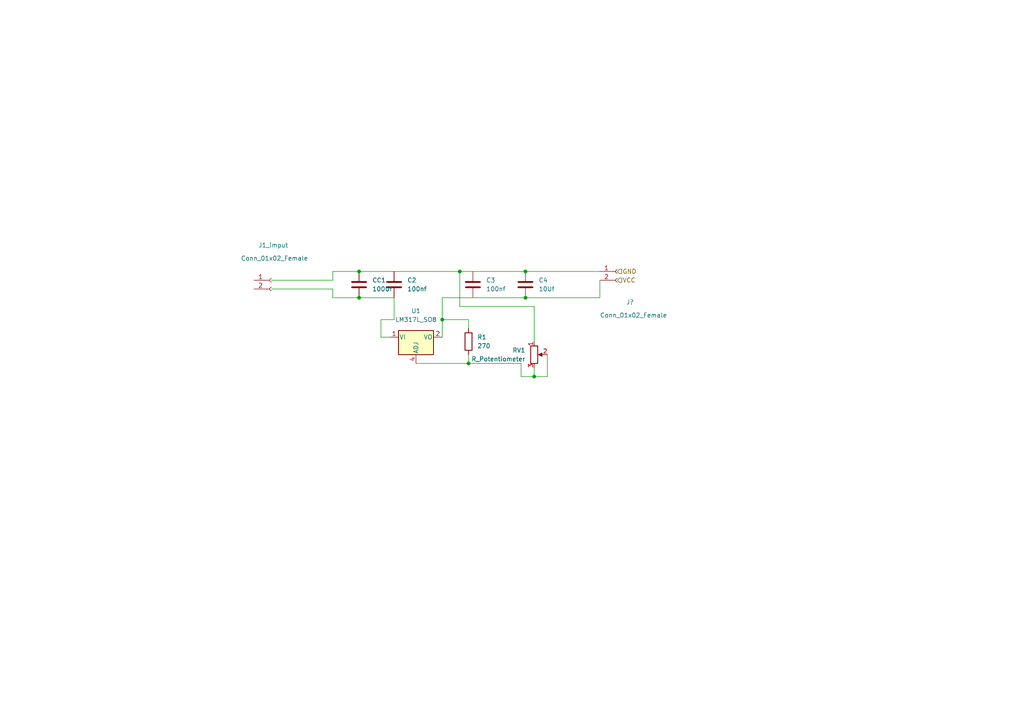
<source format=kicad_sch>
(kicad_sch (version 20211123) (generator eeschema)

  (uuid eb0951e5-834d-4079-94d7-4ff8d3313ac1)

  (paper "A4")

  (lib_symbols
    (symbol "Connector:Conn_01x02_Female" (pin_names (offset 1.016) hide) (in_bom yes) (on_board yes)
      (property "Reference" "J" (id 0) (at 0 2.54 0)
        (effects (font (size 1.27 1.27)))
      )
      (property "Value" "Conn_01x02_Female" (id 1) (at 0 -5.08 0)
        (effects (font (size 1.27 1.27)))
      )
      (property "Footprint" "" (id 2) (at 0 0 0)
        (effects (font (size 1.27 1.27)) hide)
      )
      (property "Datasheet" "~" (id 3) (at 0 0 0)
        (effects (font (size 1.27 1.27)) hide)
      )
      (property "ki_keywords" "connector" (id 4) (at 0 0 0)
        (effects (font (size 1.27 1.27)) hide)
      )
      (property "ki_description" "Generic connector, single row, 01x02, script generated (kicad-library-utils/schlib/autogen/connector/)" (id 5) (at 0 0 0)
        (effects (font (size 1.27 1.27)) hide)
      )
      (property "ki_fp_filters" "Connector*:*_1x??_*" (id 6) (at 0 0 0)
        (effects (font (size 1.27 1.27)) hide)
      )
      (symbol "Conn_01x02_Female_1_1"
        (arc (start 0 -2.032) (mid -0.508 -2.54) (end 0 -3.048)
          (stroke (width 0.1524) (type default) (color 0 0 0 0))
          (fill (type none))
        )
        (polyline
          (pts
            (xy -1.27 -2.54)
            (xy -0.508 -2.54)
          )
          (stroke (width 0.1524) (type default) (color 0 0 0 0))
          (fill (type none))
        )
        (polyline
          (pts
            (xy -1.27 0)
            (xy -0.508 0)
          )
          (stroke (width 0.1524) (type default) (color 0 0 0 0))
          (fill (type none))
        )
        (arc (start 0 0.508) (mid -0.508 0) (end 0 -0.508)
          (stroke (width 0.1524) (type default) (color 0 0 0 0))
          (fill (type none))
        )
        (pin passive line (at -5.08 0 0) (length 3.81)
          (name "Pin_1" (effects (font (size 1.27 1.27))))
          (number "1" (effects (font (size 1.27 1.27))))
        )
        (pin passive line (at -5.08 -2.54 0) (length 3.81)
          (name "Pin_2" (effects (font (size 1.27 1.27))))
          (number "2" (effects (font (size 1.27 1.27))))
        )
      )
    )
    (symbol "Device:C" (pin_numbers hide) (pin_names (offset 0.254)) (in_bom yes) (on_board yes)
      (property "Reference" "C" (id 0) (at 0.635 2.54 0)
        (effects (font (size 1.27 1.27)) (justify left))
      )
      (property "Value" "C" (id 1) (at 0.635 -2.54 0)
        (effects (font (size 1.27 1.27)) (justify left))
      )
      (property "Footprint" "" (id 2) (at 0.9652 -3.81 0)
        (effects (font (size 1.27 1.27)) hide)
      )
      (property "Datasheet" "~" (id 3) (at 0 0 0)
        (effects (font (size 1.27 1.27)) hide)
      )
      (property "ki_keywords" "cap capacitor" (id 4) (at 0 0 0)
        (effects (font (size 1.27 1.27)) hide)
      )
      (property "ki_description" "Unpolarized capacitor" (id 5) (at 0 0 0)
        (effects (font (size 1.27 1.27)) hide)
      )
      (property "ki_fp_filters" "C_*" (id 6) (at 0 0 0)
        (effects (font (size 1.27 1.27)) hide)
      )
      (symbol "C_0_1"
        (polyline
          (pts
            (xy -2.032 -0.762)
            (xy 2.032 -0.762)
          )
          (stroke (width 0.508) (type default) (color 0 0 0 0))
          (fill (type none))
        )
        (polyline
          (pts
            (xy -2.032 0.762)
            (xy 2.032 0.762)
          )
          (stroke (width 0.508) (type default) (color 0 0 0 0))
          (fill (type none))
        )
      )
      (symbol "C_1_1"
        (pin passive line (at 0 3.81 270) (length 2.794)
          (name "~" (effects (font (size 1.27 1.27))))
          (number "1" (effects (font (size 1.27 1.27))))
        )
        (pin passive line (at 0 -3.81 90) (length 2.794)
          (name "~" (effects (font (size 1.27 1.27))))
          (number "2" (effects (font (size 1.27 1.27))))
        )
      )
    )
    (symbol "Device:R" (pin_numbers hide) (pin_names (offset 0)) (in_bom yes) (on_board yes)
      (property "Reference" "R" (id 0) (at 2.032 0 90)
        (effects (font (size 1.27 1.27)))
      )
      (property "Value" "R" (id 1) (at 0 0 90)
        (effects (font (size 1.27 1.27)))
      )
      (property "Footprint" "" (id 2) (at -1.778 0 90)
        (effects (font (size 1.27 1.27)) hide)
      )
      (property "Datasheet" "~" (id 3) (at 0 0 0)
        (effects (font (size 1.27 1.27)) hide)
      )
      (property "ki_keywords" "R res resistor" (id 4) (at 0 0 0)
        (effects (font (size 1.27 1.27)) hide)
      )
      (property "ki_description" "Resistor" (id 5) (at 0 0 0)
        (effects (font (size 1.27 1.27)) hide)
      )
      (property "ki_fp_filters" "R_*" (id 6) (at 0 0 0)
        (effects (font (size 1.27 1.27)) hide)
      )
      (symbol "R_0_1"
        (rectangle (start -1.016 -2.54) (end 1.016 2.54)
          (stroke (width 0.254) (type default) (color 0 0 0 0))
          (fill (type none))
        )
      )
      (symbol "R_1_1"
        (pin passive line (at 0 3.81 270) (length 1.27)
          (name "~" (effects (font (size 1.27 1.27))))
          (number "1" (effects (font (size 1.27 1.27))))
        )
        (pin passive line (at 0 -3.81 90) (length 1.27)
          (name "~" (effects (font (size 1.27 1.27))))
          (number "2" (effects (font (size 1.27 1.27))))
        )
      )
    )
    (symbol "Device:R_Potentiometer" (pin_names (offset 1.016) hide) (in_bom yes) (on_board yes)
      (property "Reference" "RV" (id 0) (at -4.445 0 90)
        (effects (font (size 1.27 1.27)))
      )
      (property "Value" "R_Potentiometer" (id 1) (at -2.54 0 90)
        (effects (font (size 1.27 1.27)))
      )
      (property "Footprint" "" (id 2) (at 0 0 0)
        (effects (font (size 1.27 1.27)) hide)
      )
      (property "Datasheet" "~" (id 3) (at 0 0 0)
        (effects (font (size 1.27 1.27)) hide)
      )
      (property "ki_keywords" "resistor variable" (id 4) (at 0 0 0)
        (effects (font (size 1.27 1.27)) hide)
      )
      (property "ki_description" "Potentiometer" (id 5) (at 0 0 0)
        (effects (font (size 1.27 1.27)) hide)
      )
      (property "ki_fp_filters" "Potentiometer*" (id 6) (at 0 0 0)
        (effects (font (size 1.27 1.27)) hide)
      )
      (symbol "R_Potentiometer_0_1"
        (polyline
          (pts
            (xy 2.54 0)
            (xy 1.524 0)
          )
          (stroke (width 0) (type default) (color 0 0 0 0))
          (fill (type none))
        )
        (polyline
          (pts
            (xy 1.143 0)
            (xy 2.286 0.508)
            (xy 2.286 -0.508)
            (xy 1.143 0)
          )
          (stroke (width 0) (type default) (color 0 0 0 0))
          (fill (type outline))
        )
        (rectangle (start 1.016 2.54) (end -1.016 -2.54)
          (stroke (width 0.254) (type default) (color 0 0 0 0))
          (fill (type none))
        )
      )
      (symbol "R_Potentiometer_1_1"
        (pin passive line (at 0 3.81 270) (length 1.27)
          (name "1" (effects (font (size 1.27 1.27))))
          (number "1" (effects (font (size 1.27 1.27))))
        )
        (pin passive line (at 3.81 0 180) (length 1.27)
          (name "2" (effects (font (size 1.27 1.27))))
          (number "2" (effects (font (size 1.27 1.27))))
        )
        (pin passive line (at 0 -3.81 90) (length 1.27)
          (name "3" (effects (font (size 1.27 1.27))))
          (number "3" (effects (font (size 1.27 1.27))))
        )
      )
    )
    (symbol "Regulator_Linear:LM317L_SO8" (pin_names (offset 0.254)) (in_bom yes) (on_board yes)
      (property "Reference" "U" (id 0) (at -3.81 3.175 0)
        (effects (font (size 1.27 1.27)))
      )
      (property "Value" "LM317L_SO8" (id 1) (at 0 3.175 0)
        (effects (font (size 1.27 1.27)) (justify left))
      )
      (property "Footprint" "Package_SO:SOIC-8_3.9x4.9mm_P1.27mm" (id 2) (at 0 5.08 0)
        (effects (font (size 1.27 1.27) italic) hide)
      )
      (property "Datasheet" "http://www.ti.com/lit/ds/snvs775k/snvs775k.pdf" (id 3) (at 0 -5.08 0)
        (effects (font (size 1.27 1.27)) hide)
      )
      (property "ki_keywords" "Adjustable Voltage Regulator 100mA Positive" (id 4) (at 0 0 0)
        (effects (font (size 1.27 1.27)) hide)
      )
      (property "ki_description" "100mA 35V Adjustable Linear Regulator, SO-8" (id 5) (at 0 0 0)
        (effects (font (size 1.27 1.27)) hide)
      )
      (property "ki_fp_filters" "SOIC*3.9x4.9mm*P1.27mm*" (id 6) (at 0 0 0)
        (effects (font (size 1.27 1.27)) hide)
      )
      (symbol "LM317L_SO8_0_1"
        (rectangle (start -5.08 1.905) (end 5.08 -5.08)
          (stroke (width 0.254) (type default) (color 0 0 0 0))
          (fill (type background))
        )
      )
      (symbol "LM317L_SO8_1_1"
        (pin power_in line (at -7.62 0 0) (length 2.54)
          (name "VI" (effects (font (size 1.27 1.27))))
          (number "1" (effects (font (size 1.27 1.27))))
        )
        (pin power_out line (at 7.62 0 180) (length 2.54)
          (name "VO" (effects (font (size 1.27 1.27))))
          (number "2" (effects (font (size 1.27 1.27))))
        )
        (pin passive line (at 7.62 0 180) (length 2.54) hide
          (name "VO" (effects (font (size 1.27 1.27))))
          (number "3" (effects (font (size 1.27 1.27))))
        )
        (pin input line (at 0 -7.62 90) (length 2.54)
          (name "ADJ" (effects (font (size 1.27 1.27))))
          (number "4" (effects (font (size 1.27 1.27))))
        )
        (pin no_connect line (at -7.62 -2.54 0) (length 2.54) hide
          (name "NC" (effects (font (size 1.27 1.27))))
          (number "5" (effects (font (size 1.27 1.27))))
        )
        (pin passive line (at 7.62 0 180) (length 2.54) hide
          (name "VO" (effects (font (size 1.27 1.27))))
          (number "6" (effects (font (size 1.27 1.27))))
        )
        (pin passive line (at 7.62 0 180) (length 2.54) hide
          (name "VO" (effects (font (size 1.27 1.27))))
          (number "7" (effects (font (size 1.27 1.27))))
        )
        (pin no_connect line (at 7.62 -2.54 180) (length 2.54) hide
          (name "NC" (effects (font (size 1.27 1.27))))
          (number "8" (effects (font (size 1.27 1.27))))
        )
      )
    )
  )

  (junction (at 154.94 109.22) (diameter 0) (color 0 0 0 0)
    (uuid 548d73c3-c48e-4e73-9ff1-f826704efb92)
  )
  (junction (at 104.14 78.74) (diameter 0) (color 0 0 0 0)
    (uuid 8e69b95a-c10a-4a36-89a7-24d43ce88503)
  )
  (junction (at 152.4 86.36) (diameter 0) (color 0 0 0 0)
    (uuid ac9c4192-40fd-4a90-93b7-929d554db2d3)
  )
  (junction (at 104.14 86.36) (diameter 0) (color 0 0 0 0)
    (uuid b7e67d0d-4824-49ee-ad5a-b8e92482ada9)
  )
  (junction (at 135.89 105.41) (diameter 0) (color 0 0 0 0)
    (uuid ce1a69ce-33e6-4836-895b-f940f6e80689)
  )
  (junction (at 152.4 78.74) (diameter 0) (color 0 0 0 0)
    (uuid d708d5f1-2b66-49f3-8e65-a04443bd313f)
  )
  (junction (at 133.35 78.74) (diameter 0) (color 0 0 0 0)
    (uuid e324d8c2-4612-47d3-9b45-7c21225699de)
  )
  (junction (at 128.27 92.71) (diameter 0) (color 0 0 0 0)
    (uuid ebcb8663-647b-4f80-8612-31b59e14ed10)
  )

  (wire (pts (xy 110.49 92.71) (xy 110.49 97.79))
    (stroke (width 0) (type default) (color 0 0 0 0))
    (uuid 043e6708-4659-470f-8129-9f823f831831)
  )
  (wire (pts (xy 114.3 92.71) (xy 110.49 92.71))
    (stroke (width 0) (type default) (color 0 0 0 0))
    (uuid 04518bf2-de79-45ea-b679-c647b6d4cca8)
  )
  (wire (pts (xy 135.89 102.87) (xy 135.89 105.41))
    (stroke (width 0) (type default) (color 0 0 0 0))
    (uuid 08072aee-4cf0-4bef-bb5c-40d08ada18c4)
  )
  (wire (pts (xy 135.89 95.25) (xy 135.89 92.71))
    (stroke (width 0) (type default) (color 0 0 0 0))
    (uuid 1f1bb916-dac1-4018-9af5-52f97708e80b)
  )
  (wire (pts (xy 78.74 83.82) (xy 96.52 83.82))
    (stroke (width 0) (type default) (color 0 0 0 0))
    (uuid 2478aff8-08ec-40da-9849-e75459326f7d)
  )
  (wire (pts (xy 135.89 92.71) (xy 128.27 92.71))
    (stroke (width 0) (type default) (color 0 0 0 0))
    (uuid 24b5750e-bcbf-449c-94c1-d4565e45709b)
  )
  (wire (pts (xy 96.52 78.74) (xy 104.14 78.74))
    (stroke (width 0) (type default) (color 0 0 0 0))
    (uuid 2a4a5bed-3948-494c-b69e-d9fb5e2321da)
  )
  (wire (pts (xy 78.74 81.28) (xy 96.52 81.28))
    (stroke (width 0) (type default) (color 0 0 0 0))
    (uuid 36c08a37-32e2-4b16-bbab-00819bcd8322)
  )
  (wire (pts (xy 173.99 86.36) (xy 173.99 81.28))
    (stroke (width 0) (type default) (color 0 0 0 0))
    (uuid 44d68e23-fb19-4699-a30d-986d36cbaea6)
  )
  (wire (pts (xy 96.52 86.36) (xy 104.14 86.36))
    (stroke (width 0) (type default) (color 0 0 0 0))
    (uuid 4cd1f149-216b-4502-b041-d230b0eb8bcb)
  )
  (wire (pts (xy 154.94 99.06) (xy 154.94 88.9))
    (stroke (width 0) (type default) (color 0 0 0 0))
    (uuid 56d16c61-86d3-4372-9673-4b02d599ec42)
  )
  (wire (pts (xy 104.14 78.74) (xy 133.35 78.74))
    (stroke (width 0) (type default) (color 0 0 0 0))
    (uuid 5869f187-def2-48b8-b976-9c1cca88c2c9)
  )
  (wire (pts (xy 104.14 86.36) (xy 114.3 86.36))
    (stroke (width 0) (type default) (color 0 0 0 0))
    (uuid 58e5c73e-628a-45fe-8fa4-421b92cb8cf2)
  )
  (wire (pts (xy 154.94 88.9) (xy 133.35 88.9))
    (stroke (width 0) (type default) (color 0 0 0 0))
    (uuid 5fa3a73b-12e4-4b8a-87ea-ca180ffa09c5)
  )
  (wire (pts (xy 128.27 92.71) (xy 128.27 86.36))
    (stroke (width 0) (type default) (color 0 0 0 0))
    (uuid 60508ceb-34b1-43b3-9429-8ef0e7d41329)
  )
  (wire (pts (xy 135.89 105.41) (xy 151.13 105.41))
    (stroke (width 0) (type default) (color 0 0 0 0))
    (uuid 61f4c08d-23ac-4f43-a12e-e3ce782ba0d3)
  )
  (wire (pts (xy 151.13 109.22) (xy 154.94 109.22))
    (stroke (width 0) (type default) (color 0 0 0 0))
    (uuid 6bcefe32-2841-4704-bad2-2ead2af8d7fc)
  )
  (wire (pts (xy 120.65 105.41) (xy 135.89 105.41))
    (stroke (width 0) (type default) (color 0 0 0 0))
    (uuid 75444269-afba-4d17-b138-af8f182a0576)
  )
  (wire (pts (xy 152.4 78.74) (xy 173.99 78.74))
    (stroke (width 0) (type default) (color 0 0 0 0))
    (uuid 8147983c-4509-4fff-b030-55c48e2be205)
  )
  (wire (pts (xy 151.13 105.41) (xy 151.13 109.22))
    (stroke (width 0) (type default) (color 0 0 0 0))
    (uuid 84cfb1e1-7c13-4902-b8d6-eca7a43f7c88)
  )
  (wire (pts (xy 110.49 97.79) (xy 113.03 97.79))
    (stroke (width 0) (type default) (color 0 0 0 0))
    (uuid 86367e0a-e27f-4b14-8c92-547f73b70fe4)
  )
  (wire (pts (xy 158.75 109.22) (xy 158.75 102.87))
    (stroke (width 0) (type default) (color 0 0 0 0))
    (uuid 88b09173-1482-49a9-b546-4f7e61f07c20)
  )
  (wire (pts (xy 133.35 78.74) (xy 152.4 78.74))
    (stroke (width 0) (type default) (color 0 0 0 0))
    (uuid 8d20feb1-ed98-4bfd-a14e-ab8d3fab6d39)
  )
  (wire (pts (xy 114.3 86.36) (xy 114.3 92.71))
    (stroke (width 0) (type default) (color 0 0 0 0))
    (uuid 8d434071-60db-45b9-88ac-43b6b82024c5)
  )
  (wire (pts (xy 96.52 81.28) (xy 96.52 78.74))
    (stroke (width 0) (type default) (color 0 0 0 0))
    (uuid 92b8d9f7-bebb-44bc-af66-32277ac60c4e)
  )
  (wire (pts (xy 128.27 97.79) (xy 128.27 92.71))
    (stroke (width 0) (type default) (color 0 0 0 0))
    (uuid 9582ccf4-4487-4a80-9860-4aef9debef8c)
  )
  (wire (pts (xy 133.35 88.9) (xy 133.35 78.74))
    (stroke (width 0) (type default) (color 0 0 0 0))
    (uuid 99bd1acf-d3bc-45a0-8c8f-4f4694187ff9)
  )
  (wire (pts (xy 152.4 86.36) (xy 173.99 86.36))
    (stroke (width 0) (type default) (color 0 0 0 0))
    (uuid a1aa7208-4217-43d8-b8c2-c4fee3094b56)
  )
  (wire (pts (xy 154.94 109.22) (xy 158.75 109.22))
    (stroke (width 0) (type default) (color 0 0 0 0))
    (uuid b65ea629-34d0-4d9f-b198-fe68a5081b17)
  )
  (wire (pts (xy 96.52 83.82) (xy 96.52 86.36))
    (stroke (width 0) (type default) (color 0 0 0 0))
    (uuid c99c0817-f69d-480d-9faf-b00d877ef746)
  )
  (wire (pts (xy 154.94 109.22) (xy 154.94 106.68))
    (stroke (width 0) (type default) (color 0 0 0 0))
    (uuid e9904496-9213-4260-ab06-971f19ed00c1)
  )
  (wire (pts (xy 128.27 86.36) (xy 152.4 86.36))
    (stroke (width 0) (type default) (color 0 0 0 0))
    (uuid fc676548-6cf7-472c-8d06-d75f2341173d)
  )

  (hierarchical_label "GND" (shape input) (at 179.07 78.74 0)
    (effects (font (size 1.27 1.27)) (justify left))
    (uuid 86ac578f-1d40-4656-aea9-914a4ea63d2c)
  )
  (hierarchical_label "VCC" (shape input) (at 179.07 81.28 0)
    (effects (font (size 1.27 1.27)) (justify left))
    (uuid af973902-f4cd-46c8-b60c-cb7c9ba30935)
  )

  (symbol (lib_id "Device:C") (at 104.14 82.55 0) (unit 1)
    (in_bom yes) (on_board yes) (fields_autoplaced)
    (uuid 190fc8eb-7e5f-4d3e-b0ca-8376a37516b7)
    (property "Reference" "CC1" (id 0) (at 107.95 81.2799 0)
      (effects (font (size 1.27 1.27)) (justify left))
    )
    (property "Value" "100Uf" (id 1) (at 107.95 83.8199 0)
      (effects (font (size 1.27 1.27)) (justify left))
    )
    (property "Footprint" "" (id 2) (at 105.1052 86.36 0)
      (effects (font (size 1.27 1.27)) hide)
    )
    (property "Datasheet" "~" (id 3) (at 104.14 82.55 0)
      (effects (font (size 1.27 1.27)) hide)
    )
    (pin "1" (uuid d382dabe-c4e8-43b9-af93-997a8ca7f560))
    (pin "2" (uuid 8d69c30a-2527-4bbf-934f-745c8baa7b27))
  )

  (symbol (lib_id "Device:R_Potentiometer") (at 154.94 102.87 0) (unit 1)
    (in_bom yes) (on_board yes) (fields_autoplaced)
    (uuid 3cd3e295-2edd-4f37-a4ce-29a94a44ad9c)
    (property "Reference" "RV1" (id 0) (at 152.4 101.5999 0)
      (effects (font (size 1.27 1.27)) (justify right))
    )
    (property "Value" "R_Potentiometer" (id 1) (at 152.4 104.1399 0)
      (effects (font (size 1.27 1.27)) (justify right))
    )
    (property "Footprint" "" (id 2) (at 154.94 102.87 0)
      (effects (font (size 1.27 1.27)) hide)
    )
    (property "Datasheet" "~" (id 3) (at 154.94 102.87 0)
      (effects (font (size 1.27 1.27)) hide)
    )
    (pin "1" (uuid 4b963ecb-acfe-4e05-99d8-83dff2cd96ae))
    (pin "2" (uuid 7924b0f1-d6cb-4eb5-bfa6-e085aba1b367))
    (pin "3" (uuid fa489cc0-86f4-4686-b83c-1e2027bce7ec))
  )

  (symbol (lib_id "Connector:Conn_01x02_Female") (at 179.07 78.74 0) (unit 1)
    (in_bom yes) (on_board yes)
    (uuid 42a4b6dd-1119-41d0-870b-058ba52d4480)
    (property "Reference" "J?" (id 0) (at 181.61 87.63 0)
      (effects (font (size 1.27 1.27)) (justify left))
    )
    (property "Value" "Conn_01x02_Female" (id 1) (at 173.99 91.44 0)
      (effects (font (size 1.27 1.27)) (justify left))
    )
    (property "Footprint" "" (id 2) (at 179.07 78.74 0)
      (effects (font (size 1.27 1.27)) hide)
    )
    (property "Datasheet" "~" (id 3) (at 179.07 78.74 0)
      (effects (font (size 1.27 1.27)) hide)
    )
    (pin "1" (uuid 571c805f-ab81-4451-88ae-487577214524))
    (pin "2" (uuid 5147a820-daff-4482-ae10-0a0007c1a9e4))
  )

  (symbol (lib_id "Regulator_Linear:LM317L_SO8") (at 120.65 97.79 0) (unit 1)
    (in_bom yes) (on_board yes) (fields_autoplaced)
    (uuid 475a7313-642e-45cb-adfd-39eb0d9498d2)
    (property "Reference" "U1" (id 0) (at 120.65 90.17 0))
    (property "Value" "LM317L_SO8" (id 1) (at 120.65 92.71 0))
    (property "Footprint" "Package_SO:SOIC-8_3.9x4.9mm_P1.27mm" (id 2) (at 120.65 92.71 0)
      (effects (font (size 1.27 1.27) italic) hide)
    )
    (property "Datasheet" "http://www.ti.com/lit/ds/snvs775k/snvs775k.pdf" (id 3) (at 120.65 102.87 0)
      (effects (font (size 1.27 1.27)) hide)
    )
    (pin "1" (uuid b9e78031-3821-47ce-9b1c-42fc1cddbbde))
    (pin "2" (uuid 6896aa89-e13e-42fb-8389-f047977f917c))
    (pin "3" (uuid ee878a71-b8cc-42e9-829a-e28f82f6f339))
    (pin "4" (uuid 42c1b4fb-4e79-4e7a-a162-a5f4dc656cfa))
    (pin "5" (uuid 0a6a37f5-a1bd-4d6f-8f3b-0b58ad8b569e))
    (pin "6" (uuid 49f4cb4a-c9dd-4a43-a2aa-3f66da9c7d3b))
    (pin "7" (uuid cee1837f-553f-4a44-950b-162a9c868442))
    (pin "8" (uuid f996f445-6f58-42c0-8e2f-25f7502ac114))
  )

  (symbol (lib_id "Device:C") (at 137.16 82.55 0) (unit 1)
    (in_bom yes) (on_board yes) (fields_autoplaced)
    (uuid 4b0dd6cd-9311-4c37-a065-b20cc713e9ec)
    (property "Reference" "C3" (id 0) (at 140.97 81.2799 0)
      (effects (font (size 1.27 1.27)) (justify left))
    )
    (property "Value" "100nf" (id 1) (at 140.97 83.8199 0)
      (effects (font (size 1.27 1.27)) (justify left))
    )
    (property "Footprint" "" (id 2) (at 138.1252 86.36 0)
      (effects (font (size 1.27 1.27)) hide)
    )
    (property "Datasheet" "~" (id 3) (at 137.16 82.55 0)
      (effects (font (size 1.27 1.27)) hide)
    )
    (pin "1" (uuid 74cb2565-4a30-4730-8552-c82bd6f212f4))
    (pin "2" (uuid c990be87-c6ca-478a-989a-0d143c70da23))
  )

  (symbol (lib_id "Device:R") (at 135.89 99.06 0) (unit 1)
    (in_bom yes) (on_board yes) (fields_autoplaced)
    (uuid 943e493e-a802-4426-a18b-f213aedac314)
    (property "Reference" "R1" (id 0) (at 138.43 97.7899 0)
      (effects (font (size 1.27 1.27)) (justify left))
    )
    (property "Value" "270" (id 1) (at 138.43 100.3299 0)
      (effects (font (size 1.27 1.27)) (justify left))
    )
    (property "Footprint" "" (id 2) (at 134.112 99.06 90)
      (effects (font (size 1.27 1.27)) hide)
    )
    (property "Datasheet" "~" (id 3) (at 135.89 99.06 0)
      (effects (font (size 1.27 1.27)) hide)
    )
    (pin "1" (uuid 48e4ccef-d7c1-4bf4-818d-08a491d61165))
    (pin "2" (uuid d0a6420f-e77c-4085-8220-d04a71976201))
  )

  (symbol (lib_id "Device:C") (at 114.3 82.55 0) (unit 1)
    (in_bom yes) (on_board yes) (fields_autoplaced)
    (uuid 997f78c0-edb4-46ca-8a79-641cd6231e63)
    (property "Reference" "C2" (id 0) (at 118.11 81.2799 0)
      (effects (font (size 1.27 1.27)) (justify left))
    )
    (property "Value" "100nf" (id 1) (at 118.11 83.8199 0)
      (effects (font (size 1.27 1.27)) (justify left))
    )
    (property "Footprint" "" (id 2) (at 115.2652 86.36 0)
      (effects (font (size 1.27 1.27)) hide)
    )
    (property "Datasheet" "~" (id 3) (at 114.3 82.55 0)
      (effects (font (size 1.27 1.27)) hide)
    )
    (pin "1" (uuid 1bdda1e4-2470-4063-a333-0f93b256cc06))
    (pin "2" (uuid 68af4a34-32e9-4fb2-ad2d-f8cdfae1f4e0))
  )

  (symbol (lib_id "Connector:Conn_01x02_Female") (at 78.74 81.28 0) (unit 1)
    (in_bom yes) (on_board yes)
    (uuid a1031473-b6d8-458a-9e5c-b8929e513d8a)
    (property "Reference" "J1_imput" (id 0) (at 74.93 71.12 0)
      (effects (font (size 1.27 1.27)) (justify left))
    )
    (property "Value" "Conn_01x02_Female" (id 1) (at 69.85 74.93 0)
      (effects (font (size 1.27 1.27)) (justify left))
    )
    (property "Footprint" "" (id 2) (at 78.74 81.28 0)
      (effects (font (size 1.27 1.27)) hide)
    )
    (property "Datasheet" "~" (id 3) (at 78.74 81.28 0)
      (effects (font (size 1.27 1.27)) hide)
    )
    (pin "1" (uuid 68be970f-c267-4169-9e27-7b6a8c05eac9))
    (pin "2" (uuid 9a67ba91-cf6e-4234-a970-9b70dacbbce8))
  )

  (symbol (lib_id "Device:C") (at 152.4 82.55 0) (unit 1)
    (in_bom yes) (on_board yes) (fields_autoplaced)
    (uuid fb7a1cb9-fdd1-4693-b0f1-650643a87da7)
    (property "Reference" "C4" (id 0) (at 156.21 81.2799 0)
      (effects (font (size 1.27 1.27)) (justify left))
    )
    (property "Value" "10Uf" (id 1) (at 156.21 83.8199 0)
      (effects (font (size 1.27 1.27)) (justify left))
    )
    (property "Footprint" "" (id 2) (at 153.3652 86.36 0)
      (effects (font (size 1.27 1.27)) hide)
    )
    (property "Datasheet" "~" (id 3) (at 152.4 82.55 0)
      (effects (font (size 1.27 1.27)) hide)
    )
    (pin "1" (uuid 7f8e4b43-47a2-41f9-8b36-8ff8468d77c2))
    (pin "2" (uuid 14560fbe-a84b-4c93-b02e-11691f07dca5))
  )
)

</source>
